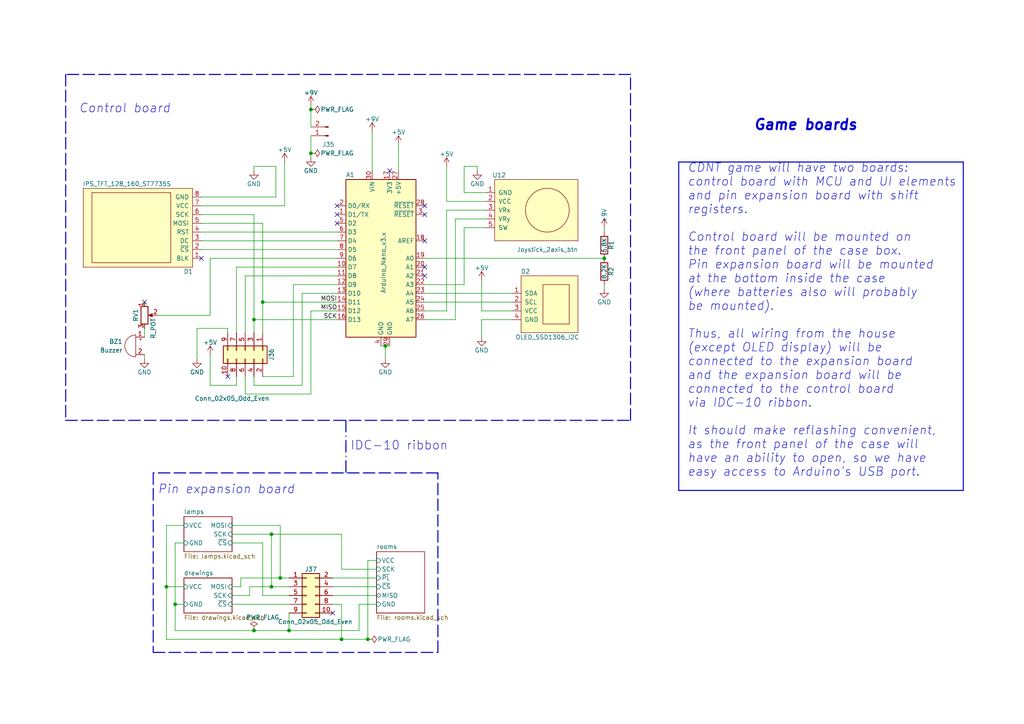
<source format=kicad_sch>
(kicad_sch (version 20211123) (generator eeschema)
  (paper "A4")
  (title_block (title "CDNT game boards") (date "2021-12-12") (rev "v1.0") (comment 2 "https://creativecommons.org/licenses/by/4.0/") (comment 3 "License: CC-BY 4.0") (comment 4 "(C) 2021 Danya0x07"))
  (lib_symbols
    (symbol "Connector:Conn_01x02_Male" (pin_names (offset 1.016) hide)
      (property "Reference" "J" (at 0 2.54 0))
      (property "Value" "Conn_01x02_Male" (at 0 -5.08 0))
      (symbol "Conn_01x02_Male_1_1"
        (polyline (pts (xy 1.27 -2.54) (xy 0.8636 -2.54)) (stroke (width 0.1524)))
        (polyline (pts (xy 1.27 0) (xy 0.8636 0)) (stroke (width 0.1524)))
        (rectangle (start 0.8636 -2.413) (end 0 -2.667) (stroke (width 0.1524)) (fill (type outline)))
        (rectangle (start 0.8636 0.127) (end 0 -0.127) (stroke (width 0.1524)) (fill (type outline)))
        (pin passive line (at 5.08 0 180) (length 3.81) (name "Pin_1") (number "1"))
        (pin passive line (at 5.08 -2.54 180) (length 3.81) (name "Pin_2") (number "2"))
      )
    )
    (symbol "Connector_Generic:Conn_02x05_Odd_Even" (pin_names (offset 1.016) hide)
      (property "Reference" "J" (at 1.27 7.62 0))
      (property "Value" "Conn_02x05_Odd_Even" (at 1.27 -7.62 0))
      (symbol "Conn_02x05_Odd_Even_1_1"
        (rectangle (start -1.27 -4.953) (end 0 -5.207) (stroke (width 0.1524)))
        (rectangle (start -1.27 -2.413) (end 0 -2.667) (stroke (width 0.1524)))
        (rectangle (start -1.27 0.127) (end 0 -0.127) (stroke (width 0.1524)))
        (rectangle (start -1.27 2.667) (end 0 2.413) (stroke (width 0.1524)))
        (rectangle (start -1.27 5.207) (end 0 4.953) (stroke (width 0.1524)))
        (rectangle (start -1.27 6.35) (end 3.81 -6.35) (stroke (width 0.254)) (fill (type background)))
        (rectangle (start 3.81 -4.953) (end 2.54 -5.207) (stroke (width 0.1524)))
        (rectangle (start 3.81 -2.413) (end 2.54 -2.667) (stroke (width 0.1524)))
        (rectangle (start 3.81 0.127) (end 2.54 -0.127) (stroke (width 0.1524)))
        (rectangle (start 3.81 2.667) (end 2.54 2.413) (stroke (width 0.1524)))
        (rectangle (start 3.81 5.207) (end 2.54 4.953) (stroke (width 0.1524)))
        (pin passive line (at -5.08 5.08 0) (length 3.81) (name "Pin_1") (number "1"))
        (pin passive line (at 7.62 -5.08 180) (length 3.81) (name "Pin_10") (number "10"))
        (pin passive line (at 7.62 5.08 180) (length 3.81) (name "Pin_2") (number "2"))
        (pin passive line (at -5.08 2.54 0) (length 3.81) (name "Pin_3") (number "3"))
        (pin passive line (at 7.62 2.54 180) (length 3.81) (name "Pin_4") (number "4"))
        (pin passive line (at -5.08 0 0) (length 3.81) (name "Pin_5") (number "5"))
        (pin passive line (at 7.62 0 180) (length 3.81) (name "Pin_6") (number "6"))
        (pin passive line (at -5.08 -2.54 0) (length 3.81) (name "Pin_7") (number "7"))
        (pin passive line (at 7.62 -2.54 180) (length 3.81) (name "Pin_8") (number "8"))
        (pin passive line (at -5.08 -5.08 0) (length 3.81) (name "Pin_9") (number "9"))
      )
    )
    (symbol "Device:Buzzer" (pin_names (offset 0.0254) hide)
      (property "Reference" "BZ" (at 3.81 1.27 0))
      (property "Value" "Buzzer" (at 3.81 -1.27 0))
      (symbol "Buzzer_0_1"
        (arc (start 0 -3.175) (mid 3.175 0) (end 0 3.175))
        (polyline (pts (xy -1.651 1.905) (xy -1.143 1.905)))
        (polyline (pts (xy -1.397 2.159) (xy -1.397 1.651)))
        (polyline (pts (xy 0 3.175) (xy 0 -3.175)))
      )
      (symbol "Buzzer_1_1"
        (pin passive line (at -2.54 2.54 0) (length 2.54) (name "-") (number "1"))
        (pin passive line (at -2.54 -2.54 0) (length 2.54) (name "+") (number "2"))
      )
    )
    (symbol "Device:R" (pin_numbers hide) (pin_names (offset 0))
      (property "Reference" "R" (at 2.032 0 90))
      (property "Value" "R" (at 0 0 90))
      (symbol "R_0_1"
        (rectangle (start -1.016 -2.54) (end 1.016 2.54) (stroke (width 0.254)))
      )
      (symbol "R_1_1"
        (pin passive line (at 0 3.81 270) (length 1.27) (name "~") (number "1"))
        (pin passive line (at 0 -3.81 90) (length 1.27) (name "~") (number "2"))
      )
    )
    (symbol "Device:R_POT" (pin_names (offset 1.016) hide)
      (property "Reference" "RV" (at -4.445 0 90))
      (property "Value" "Device_R_POT" (at -2.54 0 90))
      (symbol "R_POT_0_1"
        (polyline (pts (xy 2.54 0) (xy 1.524 0)))
        (polyline (pts (xy 1.143 0) (xy 2.286 0.508) (xy 2.286 -0.508) (xy 1.143 0)) (fill (type outline)))
        (rectangle (start 1.016 2.54) (end -1.016 -2.54) (stroke (width 0.254)))
      )
      (symbol "R_POT_1_1"
        (pin passive line (at 0 3.81 270) (length 1.27) (name "1") (number "1"))
        (pin passive line (at 3.81 0 180) (length 1.27) (name "2") (number "2"))
        (pin passive line (at 0 -3.81 90) (length 1.27) (name "3") (number "3"))
      )
    )
    (symbol "MCU_Module:Arduino_Nano_v3.x"
      (property "Reference" "A" (at -10.16 23.495 0))
      (property "Value" "Arduino_Nano_v3.x" (at 5.08 -24.13 0))
      (symbol "Arduino_Nano_v3.x_0_1"
        (rectangle (start -10.16 22.86) (end 10.16 -22.86) (stroke (width 0.254)) (fill (type background)))
      )
      (symbol "Arduino_Nano_v3.x_1_1"
        (pin bidirectional line (at -12.7 12.7 0) (length 2.54) (name "D1/TX") (number "1"))
        (pin bidirectional line (at -12.7 -2.54 0) (length 2.54) (name "D7") (number "10"))
        (pin bidirectional line (at -12.7 -5.08 0) (length 2.54) (name "D8") (number "11"))
        (pin bidirectional line (at -12.7 -7.62 0) (length 2.54) (name "D9") (number "12"))
        (pin bidirectional line (at -12.7 -10.16 0) (length 2.54) (name "D10") (number "13"))
        (pin bidirectional line (at -12.7 -12.7 0) (length 2.54) (name "D11") (number "14"))
        (pin bidirectional line (at -12.7 -15.24 0) (length 2.54) (name "D12") (number "15"))
        (pin bidirectional line (at -12.7 -17.78 0) (length 2.54) (name "D13") (number "16"))
        (pin power_out line (at 2.54 25.4 270) (length 2.54) (name "3V3") (number "17"))
        (pin input line (at 12.7 5.08 180) (length 2.54) (name "AREF") (number "18"))
        (pin bidirectional line (at 12.7 0 180) (length 2.54) (name "A0") (number "19"))
        (pin bidirectional line (at -12.7 15.24 0) (length 2.54) (name "D0/RX") (number "2"))
        (pin bidirectional line (at 12.7 -2.54 180) (length 2.54) (name "A1") (number "20"))
        (pin bidirectional line (at 12.7 -5.08 180) (length 2.54) (name "A2") (number "21"))
        (pin bidirectional line (at 12.7 -7.62 180) (length 2.54) (name "A3") (number "22"))
        (pin bidirectional line (at 12.7 -10.16 180) (length 2.54) (name "A4") (number "23"))
        (pin bidirectional line (at 12.7 -12.7 180) (length 2.54) (name "A5") (number "24"))
        (pin bidirectional line (at 12.7 -15.24 180) (length 2.54) (name "A6") (number "25"))
        (pin bidirectional line (at 12.7 -17.78 180) (length 2.54) (name "A7") (number "26"))
        (pin power_out line (at 5.08 25.4 270) (length 2.54) (name "+5V") (number "27"))
        (pin input line (at 12.7 15.24 180) (length 2.54) (name "~{RESET}") (number "28"))
        (pin power_in line (at 2.54 -25.4 90) (length 2.54) (name "GND") (number "29"))
        (pin input line (at 12.7 12.7 180) (length 2.54) (name "~{RESET}") (number "3"))
        (pin power_in line (at -2.54 25.4 270) (length 2.54) (name "VIN") (number "30"))
        (pin power_in line (at 0 -25.4 90) (length 2.54) (name "GND") (number "4"))
        (pin bidirectional line (at -12.7 10.16 0) (length 2.54) (name "D2") (number "5"))
        (pin bidirectional line (at -12.7 7.62 0) (length 2.54) (name "D3") (number "6"))
        (pin bidirectional line (at -12.7 5.08 0) (length 2.54) (name "D4") (number "7"))
        (pin bidirectional line (at -12.7 2.54 0) (length 2.54) (name "D5") (number "8"))
        (pin bidirectional line (at -12.7 0 0) (length 2.54) (name "D6") (number "9"))
      )
    )
    (symbol "_Dx07_modules:IPS_TFT_128_160_ST7735S" (pin_names (offset 1.016))
      (property "Reference" "D" (at -6.35 11.43 0))
      (property "Value" "_Dx07_modules_IPS_TFT_128_160_ST7735S" (at 11.43 -13.97 0))
      (symbol "IPS_TFT_128_160_ST7735S_0_1"
        (rectangle (start -7.62 10.16) (end 24.13 -12.7) (fill (type background)))
        (rectangle (start -1.27 8.89) (end 21.59 -11.43))
      )
      (symbol "IPS_TFT_128_160_ST7735S_1_1"
        (pin input line (at -10.16 7.62 0) (length 2.54) (name "BLK") (number "1"))
        (pin input line (at -10.16 5.08 0) (length 2.54) (name "~{CS}") (number "2"))
        (pin input line (at -10.16 2.54 0) (length 2.54) (name "DC") (number "3"))
        (pin input line (at -10.16 0 0) (length 2.54) (name "RST") (number "4"))
        (pin input line (at -10.16 -2.54 0) (length 2.54) (name "MOSI") (number "5"))
        (pin input line (at -10.16 -5.08 0) (length 2.54) (name "SCK") (number "6"))
        (pin power_in line (at -10.16 -7.62 0) (length 2.54) (name "VCC") (number "7"))
        (pin power_in line (at -10.16 -10.16 0) (length 2.54) (name "GND") (number "8"))
      )
    )
    (symbol "_Dx07_modules:Joystick_2axis_btn" (pin_names (offset 1.016))
      (property "Reference" "U" (at -5.08 10.16 0))
      (property "Value" "_Dx07_modules_Joystick_2axis_btn" (at 0 -11.43 0))
      (symbol "Joystick_2axis_btn_0_1"
        (rectangle (start -6.35 8.89) (end 17.78 -8.89) (fill (type background)))
        (circle (center 8.89 0) (radius 6.35))
      )
      (symbol "Joystick_2axis_btn_1_1"
        (pin power_in line (at -8.89 5.08 0) (length 2.54) (name "GND") (number "1"))
        (pin power_in line (at -8.89 2.54 0) (length 2.54) (name "VCC") (number "2"))
        (pin output line (at -8.89 0 0) (length 2.54) (name "VRx") (number "3"))
        (pin output line (at -8.89 -2.54 0) (length 2.54) (name "VRy") (number "4"))
        (pin output line (at -8.89 -5.08 0) (length 2.54) (name "SW") (number "5"))
      )
    )
    (symbol "_Dx07_modules:OLED_SSD1306_I2C" (pin_names (offset 1.016))
      (property "Reference" "D" (at -2.54 8.89 0))
      (property "Value" "_Dx07_modules_OLED_SSD1306_I2C" (at 3.81 -10.16 0))
      (symbol "OLED_SSD1306_I2C_0_1"
        (rectangle (start -3.81 7.62) (end 12.7 -8.89) (fill (type background)))
        (rectangle (start 2.54 5.08) (end 10.16 -6.35))
      )
      (symbol "OLED_SSD1306_I2C_1_1"
        (pin bidirectional line (at -6.35 2.54 0) (length 2.54) (name "SDA") (number "1"))
        (pin input line (at -6.35 0 0) (length 2.54) (name "SCL") (number "2"))
        (pin power_in line (at -6.35 -2.54 0) (length 2.54) (name "VCC") (number "3"))
        (pin power_in line (at -6.35 -5.08 0) (length 2.54) (name "GND") (number "4"))
      )
    )
    (symbol "power:+5V" (power) (pin_names (offset 0))
      (property "Value" "+5V" (at 0 3.556 0))
      (symbol "+5V_0_1"
        (polyline (pts (xy -0.762 1.27) (xy 0 2.54)))
        (polyline (pts (xy 0 0) (xy 0 2.54)))
        (polyline (pts (xy 0 2.54) (xy 0.762 1.27)))
      )
      (symbol "+5V_1_1"
        (pin power_in line (at 0 0 90) (length 0) hide (name "+5V") (number "1"))
      )
    )
    (symbol "power:+9V" (power) (pin_names (offset 0))
      (property "Value" "+9V" (at 0 3.556 0))
      (symbol "+9V_0_1"
        (polyline (pts (xy -0.762 1.27) (xy 0 2.54)))
        (polyline (pts (xy 0 0) (xy 0 2.54)))
        (polyline (pts (xy 0 2.54) (xy 0.762 1.27)))
      )
      (symbol "+9V_1_1"
        (pin power_in line (at 0 0 90) (length 0) hide (name "+9V") (number "1"))
      )
    )
    (symbol "power:GND" (power) (pin_names (offset 0))
      (property "Value" "GND" (at 0 -3.81 0))
      (symbol "GND_0_1"
        (polyline (pts (xy 0 0) (xy 0 -1.27) (xy 1.27 -1.27) (xy 0 -2.54) (xy -1.27 -1.27) (xy 0 -1.27)))
      )
      (symbol "GND_1_1"
        (pin power_in line (at 0 0 270) (length 0) hide (name "GND") (number "1"))
      )
    )
    (symbol "power:PWR_FLAG" (power) (pin_numbers hide) (pin_names (offset 0) hide)
      (property "Value" "PWR_FLAG" (at 0 3.81 0))
      (symbol "PWR_FLAG_0_0"
        (pin power_out line (at 0 0 90) (length 0) (name "pwr") (number "1"))
      )
      (symbol "PWR_FLAG_0_1"
        (polyline (pts (xy 0 0) (xy 0 1.27) (xy -1.016 1.905) (xy 0 2.54) (xy 1.016 1.905) (xy 0 1.27)))
      )
    )
  )
  (junction (at 73.66 182.88))
  (junction (at 78.74 170.18))
  (junction (at 76.2 87.63))
  (junction (at 111.76 100.33))
  (junction (at 78.74 154.94))
  (junction (at 90.17 31.75))
  (junction (at 50.8 175.26))
  (junction (at 73.66 92.71))
  (junction (at 175.26 74.93))
  (junction (at 90.17 44.45))
  (junction (at 106.68 185.42))
  (junction (at 81.28 167.64))
  (junction (at 99.06 185.42))
  (junction (at 48.26 170.18))
  (junction (at 83.82 182.88))
  (no_connect (at 123.19 62.23))
  (no_connect (at 123.19 77.47))
  (no_connect (at 58.42 74.93))
  (no_connect (at 97.79 62.23))
  (no_connect (at 113.03 49.53))
  (no_connect (at 123.19 80.01))
  (no_connect (at 41.91 87.63))
  (no_connect (at 97.79 59.69))
  (no_connect (at 123.19 59.69))
  (no_connect (at 66.04 109.22))
  (no_connect (at 97.79 64.77))
  (no_connect (at 123.19 69.85))
  (no_connect (at 96.52 177.8))
  (wire (pts (xy 85.09 109.22) (xy 85.09 82.55)))
  (wire (pts (xy 99.06 175.26) (xy 99.06 185.42)))
  (wire (pts (xy 76.2 109.22) (xy 85.09 109.22)))
  (wire (pts (xy 67.31 170.18) (xy 69.85 170.18)))
  (wire (pts (xy 73.66 111.76) (xy 87.63 111.76)))
  (wire (pts (xy 48.26 185.42) (xy 48.26 170.18)))
  (wire (pts (xy 140.97 55.88) (xy 134.62 55.88)))
  (wire (pts (xy 58.42 72.39) (xy 97.79 72.39)))
  (wire (pts (xy 129.54 90.17) (xy 123.19 90.17)))
  (wire (pts (xy 82.55 59.69) (xy 82.55 46.99)))
  (wire (pts (xy 134.62 82.55) (xy 123.19 82.55)))
  (wire (pts (xy 73.66 182.88) (xy 50.8 182.88)))
  (wire (pts (xy 99.06 154.94) (xy 78.74 154.94)))
  (polyline (pts (xy 127 137.16) (xy 44.45 137.16)) (stroke (width 0.3048)))
  (wire (pts (xy 129.54 60.96) (xy 129.54 90.17)))
  (wire (pts (xy 129.54 58.42) (xy 129.54 48.26)))
  (wire (pts (xy 58.42 57.15) (xy 80.01 57.15)))
  (wire (pts (xy 148.59 90.17) (xy 139.7 90.17)))
  (wire (pts (xy 99.06 165.1) (xy 99.06 154.94)))
  (polyline (pts (xy 196.85 142.24) (xy 279.4 142.24)) (stroke (width 0.3048) (type solid)))
  (wire (pts (xy 85.09 82.55) (xy 97.79 82.55)))
  (wire (pts (xy 83.82 167.64) (xy 81.28 167.64)))
  (wire (pts (xy 58.42 64.77) (xy 76.2 64.77)))
  (wire (pts (xy 90.17 31.75) (xy 90.17 36.83)))
  (wire (pts (xy 110.49 100.33) (xy 111.76 100.33)))
  (wire (pts (xy 50.8 157.48) (xy 53.34 157.48)))
  (wire (pts (xy 90.17 114.3) (xy 71.12 114.3)))
  (wire (pts (xy 90.17 90.17) (xy 97.79 90.17)))
  (wire (pts (xy 41.91 104.14) (xy 41.91 102.87)))
  (wire (pts (xy 69.85 167.64) (xy 81.28 167.64)))
  (wire (pts (xy 76.2 157.48) (xy 67.31 157.48)))
  (wire (pts (xy 67.31 172.72) (xy 72.39 172.72)))
  (wire (pts (xy 104.14 175.26) (xy 104.14 182.88)))
  (wire (pts (xy 66.04 95.25) (xy 57.15 95.25)))
  (wire (pts (xy 134.62 66.04) (xy 134.62 82.55)))
  (wire (pts (xy 73.66 109.22) (xy 73.66 111.76)))
  (polyline (pts (xy 100.33 121.92) (xy 100.33 137.16)) (stroke (width 0.3048) (type dash_dot)))
  (wire (pts (xy 66.04 95.25) (xy 66.04 96.52)))
  (wire (pts (xy 134.62 48.26) (xy 138.43 48.26)))
  (wire (pts (xy 80.01 57.15) (xy 80.01 48.26)))
  (wire (pts (xy 71.12 80.01) (xy 97.79 80.01)))
  (polyline (pts (xy 44.45 189.23) (xy 127 189.23)) (stroke (width 0.3048)))
  (wire (pts (xy 109.22 165.1) (xy 99.06 165.1)))
  (wire (pts (xy 115.57 49.53) (xy 115.57 41.91)))
  (wire (pts (xy 41.91 95.25) (xy 41.91 97.79)))
  (wire (pts (xy 140.97 60.96) (xy 129.54 60.96)))
  (wire (pts (xy 68.58 96.52) (xy 68.58 77.47)))
  (wire (pts (xy 109.22 162.56) (xy 106.68 162.56)))
  (wire (pts (xy 139.7 92.71) (xy 148.59 92.71)))
  (wire (pts (xy 148.59 85.09) (xy 123.19 85.09)))
  (wire (pts (xy 106.68 185.42) (xy 99.06 185.42)))
  (wire (pts (xy 134.62 55.88) (xy 134.62 48.26)))
  (polyline (pts (xy 19.05 21.59) (xy 19.05 121.92)) (stroke (width 0.3048)))
  (wire (pts (xy 48.26 170.18) (xy 48.26 152.4)))
  (wire (pts (xy 99.06 185.42) (xy 48.26 185.42)))
  (wire (pts (xy 109.22 175.26) (xy 104.14 175.26)))
  (wire (pts (xy 48.26 152.4) (xy 53.34 152.4)))
  (wire (pts (xy 140.97 66.04) (xy 134.62 66.04)))
  (wire (pts (xy 73.66 92.71) (xy 97.79 92.71)))
  (wire (pts (xy 175.26 82.55) (xy 175.26 83.82)))
  (polyline (pts (xy 279.4 142.24) (xy 279.4 46.99)) (stroke (width 0.3048) (type solid)))
  (wire (pts (xy 73.66 62.23) (xy 73.66 92.71)))
  (wire (pts (xy 72.39 172.72) (xy 72.39 170.18)))
  (wire (pts (xy 78.74 154.94) (xy 67.31 154.94)))
  (wire (pts (xy 83.82 170.18) (xy 78.74 170.18)))
  (wire (pts (xy 107.95 38.1) (xy 107.95 49.53)))
  (wire (pts (xy 113.03 100.33) (xy 111.76 100.33)))
  (wire (pts (xy 109.22 172.72) (xy 96.52 172.72)))
  (wire (pts (xy 76.2 87.63) (xy 97.79 87.63)))
  (wire (pts (xy 68.58 109.22) (xy 68.58 111.76)))
  (wire (pts (xy 96.52 170.18) (xy 109.22 170.18)))
  (wire (pts (xy 57.15 95.25) (xy 57.15 104.14)))
  (polyline (pts (xy 19.05 121.92) (xy 182.88 121.92)) (stroke (width 0.3048)))
  (wire (pts (xy 60.96 74.93) (xy 97.79 74.93)))
  (wire (pts (xy 148.59 87.63) (xy 123.19 87.63)))
  (polyline (pts (xy 196.85 46.99) (xy 196.85 142.24)) (stroke (width 0.3048) (type solid)))
  (polyline (pts (xy 279.4 46.99) (xy 196.85 46.99)) (stroke (width 0.3048) (type solid)))
  (wire (pts (xy 53.34 170.18) (xy 48.26 170.18)))
  (polyline (pts (xy 44.45 137.16) (xy 44.45 189.23)) (stroke (width 0.3048)))
  (wire (pts (xy 90.17 90.17) (xy 90.17 114.3)))
  (wire (pts (xy 140.97 58.42) (xy 129.54 58.42)))
  (wire (pts (xy 60.96 74.93) (xy 60.96 91.44)))
  (wire (pts (xy 132.08 92.71) (xy 123.19 92.71)))
  (wire (pts (xy 90.17 44.45) (xy 90.17 45.72)))
  (wire (pts (xy 83.82 172.72) (xy 76.2 172.72)))
  (wire (pts (xy 123.19 74.93) (xy 175.26 74.93)))
  (wire (pts (xy 58.42 67.31) (xy 97.79 67.31)))
  (wire (pts (xy 50.8 182.88) (xy 50.8 175.26)))
  (wire (pts (xy 76.2 96.52) (xy 76.2 87.63)))
  (wire (pts (xy 80.01 48.26) (xy 73.66 48.26)))
  (wire (pts (xy 71.12 96.52) (xy 71.12 80.01)))
  (wire (pts (xy 90.17 39.37) (xy 90.17 44.45)))
  (wire (pts (xy 67.31 175.26) (xy 83.82 175.26)))
  (wire (pts (xy 87.63 85.09) (xy 97.79 85.09)))
  (wire (pts (xy 83.82 182.88) (xy 73.66 182.88)))
  (wire (pts (xy 104.14 182.88) (xy 83.82 182.88)))
  (wire (pts (xy 83.82 177.8) (xy 83.82 182.88)))
  (wire (pts (xy 87.63 111.76) (xy 87.63 85.09)))
  (wire (pts (xy 139.7 97.79) (xy 139.7 92.71)))
  (wire (pts (xy 73.66 48.26) (xy 73.66 49.53)))
  (polyline (pts (xy 182.88 121.92) (xy 182.88 21.59)) (stroke (width 0.3048)))
  (wire (pts (xy 67.31 152.4) (xy 81.28 152.4)))
  (wire (pts (xy 58.42 59.69) (xy 82.55 59.69)))
  (wire (pts (xy 109.22 167.64) (xy 96.52 167.64)))
  (wire (pts (xy 69.85 170.18) (xy 69.85 167.64)))
  (wire (pts (xy 76.2 64.77) (xy 76.2 87.63)))
  (wire (pts (xy 78.74 170.18) (xy 78.74 154.94)))
  (wire (pts (xy 72.39 170.18) (xy 78.74 170.18)))
  (wire (pts (xy 111.76 104.14) (xy 111.76 100.33)))
  (wire (pts (xy 140.97 63.5) (xy 132.08 63.5)))
  (wire (pts (xy 138.43 48.26) (xy 138.43 49.53)))
  (wire (pts (xy 90.17 30.48) (xy 90.17 31.75)))
  (wire (pts (xy 106.68 162.56) (xy 106.68 185.42)))
  (wire (pts (xy 175.26 66.04) (xy 175.26 67.31)))
  (wire (pts (xy 68.58 77.47) (xy 97.79 77.47)))
  (wire (pts (xy 58.42 62.23) (xy 73.66 62.23)))
  (wire (pts (xy 73.66 96.52) (xy 73.66 92.71)))
  (polyline (pts (xy 127 189.23) (xy 127 137.16)) (stroke (width 0.3048)))
  (wire (pts (xy 139.7 90.17) (xy 139.7 81.28)))
  (wire (pts (xy 60.96 102.87) (xy 60.96 111.76)))
  (wire (pts (xy 58.42 69.85) (xy 97.79 69.85)))
  (wire (pts (xy 50.8 175.26) (xy 50.8 157.48)))
  (wire (pts (xy 53.34 175.26) (xy 50.8 175.26)))
  (wire (pts (xy 76.2 172.72) (xy 76.2 157.48)))
  (wire (pts (xy 132.08 63.5) (xy 132.08 92.71)))
  (wire (pts (xy 60.96 91.44) (xy 45.72 91.44)))
  (polyline (pts (xy 182.88 21.59) (xy 19.05 21.59)) (stroke (width 0.3048)))
  (wire (pts (xy 96.52 175.26) (xy 99.06 175.26)))
  (wire (pts (xy 71.12 109.22) (xy 71.12 114.3)))
  (wire (pts (xy 60.96 111.76) (xy 68.58 111.76)))
  (wire (pts (xy 81.28 167.64) (xy 81.28 152.4)))
  (text "CDNT game will have two boards:\ncontrol board with MCU and UI elements\nand pin expansion board with shift\nregisters.\n\nControl board will be mounted on\nthe front panel of the case box.\nPin expansion board will be mounted\nat the bottom inside the case\n(where batteries also will probably \nbe mounted).\n\nThus, all wiring from the house\n(except OLED display) will be\nconnected to the expansion board\nand the expansion board will be\nconnected to the control board \nvia IDC-10 ribbon.\n\nIt should make reflashing convenient,\nas the front panel of the case will \nhave an ability to open, so we have\neasy access to Arduino's USB port." (at 199.39 138.43 0) (effects (font (size 2.4892 2.4892) italic) (justify left bottom)))
  (text "Control board" (at 22.86 33.02 0) (effects (font (size 2.54 2.54) italic) (justify left bottom)))
  (text "Pin expansion board" (at 45.72 143.51 0) (effects (font (size 2.54 2.54) italic) (justify left bottom)))
  (text "IDC-10 ribbon" (at 101.6 130.81 0) (effects (font (size 2.54 2.54)) (justify left bottom)))
  (text "Game boards" (at 248.92 38.1 180) (effects (font (size 2.9972 2.9972) (thickness 0.5994) bold italic) (justify right bottom)))
  (label "MOSI" (at 97.79 87.63 180))
  (label "MISO" (at 97.79 90.17 180))
  (label "SCK" (at 97.79 92.71 180))
  (symbol (lib_id "MCU_Module:Arduino_Nano_v3.x") (at 110.49 74.93 0) (unit 1)
    (property "Reference" "A1" (at 100.33 51.435 0) (effects (justify left bottom)))
    (property "Value" "Arduino_Nano_v3.x" (at 110.49 85.09 90) (effects (justify left top)))
    (property "Footprint" "_Dx07_modules:Arduino_Nano" (effects hide))
    (property "Datasheet" "http://www.mouser.com/pdfdocs/Gravitech_Arduino_Nano3_0.pdf" (effects hide))
  )
  (symbol (lib_id "Connector:Conn_01x02_Male") (at 95.25 39.37 180) (unit 1)
    (property "Reference" "J35" (at 95.25 41.91 0))
    (property "Value" "Conn_01x02_Male" (effects hide))
    (property "Footprint" "Connector_PinHeader_2.54mm:PinHeader_2x01_P2.54mm_Vertical" (effects hide))
  )
  (symbol (lib_id "power:+9V") (at 90.17 30.48 0) (unit 1)
    (property "Reference" "#PWR055" (effects hide))
    (property "Value" "+9V" (at 90.17 26.924 0))
  )
  (symbol (lib_id "power:GND") (at 90.17 45.72 0) (unit 1)
    (property "Reference" "#PWR056" (effects hide))
    (property "Value" "GND" (at 90.17 49.53 0))
  )
  (symbol (lib_id "_Dx07_modules:Joystick_2axis_btn") (at 149.86 60.96 0)
    (property "Reference" "U12" (at 144.78 50.8 0))
    (property "Value" "Joystick_2axis_btn" (at 149.86 72.39 0) (effects (justify left)))
    (property "Footprint" "_Dx07_modules:Joystick_2axis_btn" (effects hide))
  )
  (symbol (lib_id "power:+5V") (at 129.54 48.26 0) (unit 1)
    (property "Reference" "#PWR013" (effects hide))
    (property "Value" "+5V" (at 129.54 44.704 0))
  )
  (symbol (lib_id "power:GND") (at 138.43 49.53 0) (unit 1)
    (property "Reference" "#PWR014" (effects hide))
    (property "Value" "GND" (at 138.43 53.34 0))
  )
  (symbol (lib_id "Connector_Generic:Conn_02x05_Odd_Even") (at 88.9 172.72 0) (unit 1)
    (property "Reference" "J37" (at 90.17 165.1 0))
    (property "Value" "Conn_02x05_Odd_Even" (at 91.44 180.34 0))
    (property "Footprint" "Connector_IDC:IDC-Header_2x05_P2.54mm_Vertical" (effects hide))
  )
  (symbol (lib_id "Connector_Generic:Conn_02x05_Odd_Even") (at 71.12 101.6 270) (unit 1)
    (property "Reference" "J36" (at 78.74 102.87 0))
    (property "Value" "Conn_02x05_Odd_Even" (at 67.31 115.57 90))
    (property "Footprint" "Connector_IDC:IDC-Header_2x05_P2.54mm_Vertical" (effects hide))
  )
  (symbol (lib_id "power:PWR_FLAG") (at 106.68 185.42 270) (unit 1)
    (property "Reference" "#FLG0103" (effects hide))
    (property "Value" "PWR_FLAG" (at 114.3 185.42 90))
  )
  (symbol (lib_id "power:PWR_FLAG") (at 73.66 182.88 0) (unit 1)
    (property "Reference" "#FLG0104" (effects hide))
    (property "Value" "PWR_FLAG" (at 76.2 179.07 0))
  )
  (symbol (lib_id "Device:R") (at 175.26 71.12 0) (unit 1)
    (property "Reference" "R1" (at 177.292 71.12 90))
    (property "Value" "6.8K" (at 175.26 71.12 90))
    (property "Footprint" "Resistor_THT:R_Axial_DIN0207_L6.3mm_D2.5mm_P10.16mm_Horizontal" (effects hide))
  )
  (symbol (lib_id "Device:R") (at 175.26 78.74 0) (unit 1)
    (property "Reference" "R2" (at 177.292 78.74 90))
    (property "Value" "8.2K" (at 175.26 78.74 90))
    (property "Footprint" "Resistor_THT:R_Axial_DIN0207_L6.3mm_D2.5mm_P10.16mm_Horizontal" (effects hide))
  )
  (symbol (lib_id "power:GND") (at 175.26 83.82 0) (unit 1)
    (property "Reference" "#PWR010" (effects hide))
    (property "Value" "GND" (at 175.26 87.63 0))
  )
  (symbol (lib_id "power:+9V") (at 107.95 38.1 0) (unit 1)
    (property "Reference" "#PWR04" (effects hide))
    (property "Value" "+9V" (at 107.95 34.544 0))
  )
  (symbol (lib_id "power:+9V") (at 175.26 66.04 0) (unit 1)
    (property "Reference" "#PWR07" (effects hide))
    (property "Value" "+9V" (at 175.26 62.484 90))
  )
  (symbol (lib_id "Device:R_POT") (at 41.91 91.44 0) (unit 1)
    (property "Reference" "RV1" (at 39.37 91.44 90))
    (property "Value" "R_POT" (at 44.45 95.25 90))
    (property "Footprint" "Connector_PinHeader_2.54mm:PinHeader_1x03_P2.54mm_Vertical" (effects hide))
  )
  (symbol (lib_id "_Dx07_modules:OLED_SSD1306_I2C") (at 154.94 87.63 0) (unit 1)
    (property "Reference" "D2" (at 152.4 78.74 0))
    (property "Value" "OLED_SSD1306_I2C" (at 158.75 97.79 0))
    (property "Footprint" "Connector_PinHeader_2.54mm:PinHeader_1x04_P2.54mm_Vertical" (effects hide))
  )
  (symbol (lib_id "power:+5V") (at 139.7 81.28 0) (unit 1)
    (property "Reference" "#PWR08" (effects hide))
    (property "Value" "+5V" (at 139.7 77.724 0))
  )
  (symbol (lib_id "power:GND") (at 139.7 97.79 0) (unit 1)
    (property "Reference" "#PWR09" (effects hide))
    (property "Value" "GND" (at 139.7 101.6 0))
  )
  (symbol (lib_id "_Dx07_modules:IPS_TFT_128_160_ST7735S") (at 48.26 67.31 180) (unit 1)
    (property "Reference" "D1" (at 54.61 78.74 0))
    (property "Value" "IPS_TFT_128_160_ST7735S" (at 36.83 53.34 0))
    (property "Footprint" "_Dx07_modules:IPS_TFT_SPI_128_160_ST7735S" (effects hide))
  )
  (symbol (lib_id "power:GND") (at 73.66 49.53 0) (unit 1)
    (property "Reference" "#PWR02" (effects hide))
    (property "Value" "GND" (at 73.66 53.34 0))
  )
  (symbol (lib_id "power:+5V") (at 82.55 46.99 0) (unit 1)
    (property "Reference" "#PWR03" (effects hide))
    (property "Value" "+5V" (at 82.55 43.434 0))
  )
  (symbol (lib_id "power:PWR_FLAG") (at 90.17 44.45 270) (unit 1)
    (property "Reference" "#FLG0102" (effects hide))
    (property "Value" "PWR_FLAG" (at 97.79 44.45 90))
  )
  (symbol (lib_id "power:PWR_FLAG") (at 90.17 31.75 270) (unit 1)
    (property "Reference" "#FLG0101" (effects hide))
    (property "Value" "PWR_FLAG" (at 97.79 31.75 90))
  )
  (symbol (lib_id "power:+5V") (at 60.96 102.87 0) (unit 1)
    (property "Reference" "#PWR0101" (effects hide))
    (property "Value" "+5V" (at 60.96 99.314 0))
  )
  (symbol (lib_id "power:GND") (at 57.15 104.14 0) (unit 1)
    (property "Reference" "#PWR0102" (effects hide))
    (property "Value" "GND" (at 57.15 107.95 0))
  )
  (symbol (lib_id "Device:Buzzer") (at 39.37 100.33 0) (mirror y) (unit 1)
    (property "Reference" "BZ1" (at 35.56 99.06 0) (effects (justify left)))
    (property "Value" "Buzzer" (at 35.56 101.6 0) (effects (justify left)))
    (property "Footprint" "Buzzer_Beeper:Buzzer_12x9.5RM7.6" (effects hide))
  )
  (symbol (lib_id "power:GND") (at 111.76 104.14 0) (unit 1)
    (property "Reference" "#PWR05" (effects hide))
    (property "Value" "GND" (at 111.76 107.95 0))
  )
  (symbol (lib_id "power:+5V") (at 115.57 41.91 0) (unit 1)
    (property "Reference" "#PWR06" (effects hide))
    (property "Value" "+5V" (at 115.57 38.354 0))
  )
  (symbol (lib_id "power:GND") (at 41.91 104.14 0) (unit 1)
    (property "Reference" "#PWR01" (effects hide))
    (property "Value" "GND" (at 41.91 107.95 0))
  )
  (sheet (at 53.34 149.86) (size 13.97 10.16)
    (property "Sheet name" "lamps" (at 53.34 149.1484 0) (effects (justify left bottom)))
    (property "Sheet file" "lamps.kicad_sch" (at 53.34 160.6046 0) (effects (justify left top)))
    (pin "MOSI" input (at 67.31 152.4 0))
    (pin "SCK" input (at 67.31 154.94 0))
    (pin "~{CS}" input (at 67.31 157.48 0))
    (pin "VCC" input (at 53.34 152.4 180))
    (pin "GND" input (at 53.34 157.48 180))
  )
  (sheet (at 109.22 160.02) (size 13.97 17.78)
    (property "Sheet name" "rooms" (at 109.22 159.3084 0) (effects (justify left bottom)))
    (property "Sheet file" "rooms.kicad_sch" (at 109.22 178.3846 0) (effects (justify left top)))
    (pin "~{PL}" input (at 109.22 167.64 180))
    (pin "SCK" input (at 109.22 165.1 180))
    (pin "~{CS}" input (at 109.22 170.18 180))
    (pin "MISO" bidirectional (at 109.22 172.72 180))
    (pin "VCC" input (at 109.22 162.56 180))
    (pin "GND" input (at 109.22 175.26 180))
  )
  (sheet (at 53.34 167.64) (size 13.97 10.16)
    (property "Sheet name" "drawings" (at 53.34 166.9284 0) (effects (justify left bottom)))
    (property "Sheet file" "drawings.kicad_sch" (at 53.34 178.3846 0) (effects (justify left top)))
    (pin "MOSI" input (at 67.31 170.18 0))
    (pin "SCK" input (at 67.31 172.72 0))
    (pin "~{CS}" input (at 67.31 175.26 0))
    (pin "VCC" input (at 53.34 170.18 180))
    (pin "GND" input (at 53.34 175.26 180))
  )
)
</source>
